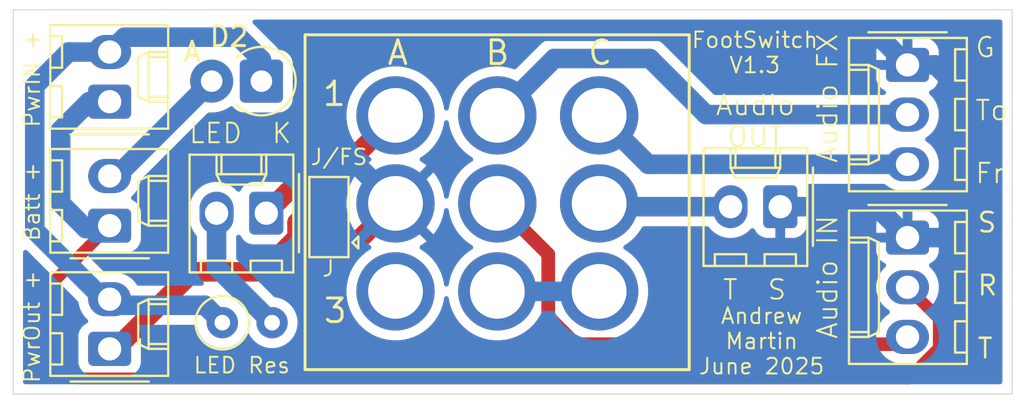
<source format=kicad_pcb>
(kicad_pcb (version 20241229) (generator "pcbnew") (generator_version "9.0")
  (title_block (title "Footswitch Wiring Board") (date "2025-08-04") (rev "V1.3") (company "Andrew C.R. Martin") (comment 1 "V1.1 adds battery and moves all audio to one side") (comment 2 "V1.2 skipped") (comment 3 "V1.3 Corrected labelling of Fx connector") (comment 4 "Board size 51mm x 19mm"))
  (layers (0 "F.Cu" signal) (2 "B.Cu" signal) (13 "F.Paste" user) (15 "B.Paste" user) (5 "F.SilkS" user "F.Silkscreen") (7 "B.SilkS" user "B.Silkscreen") (1 "F.Mask" user) (3 "B.Mask" user) (25 "Edge.Cuts" user))
  (net 0 "")
  (net 1 "GND")
  (net 2 "Net-(J5-Pin_2)")
  (net 3 "Net-(J7-Pin_2)")
  (net 4 "Net-(J5-Pin_1)")
  (net 6 "Net-(J1-Pin_3)")
  (net 7 "Net-(J1-Pin_2)")
  (net 8 "Net-(J2-Pin_2)")
  (net 9 "Net-(J7-Pin_3)")
  (net 10 "Net-(SW1-C-PadB3)")
  (net 11 "Net-(D2-K)")
  (net 12 "Net-(D2-A)")
  (net 13 "Net-(J8-Pin_1)")
  (footprint "Connector_Molex:Molex_KK-254_AE-6410-02A_1x02_P2.54mm_Vertical" (layer "F.Cu") (at 67.5 59.5 180)
    (property "Reference" "J5" (hide yes))
    (property "Value" "LED" (hide yes))
    (fp_line (start 3.92 2.99) (end 3.92 -3.03) (stroke (width 0.12)) (layer "F.SilkS"))
    (fp_line (start 3.92 -3.03) (end -1.38 -3.03) (stroke (width 0.12)) (layer "F.SilkS"))
    (fp_line (start 3.34 -2.43) (end 3.34 -3.03) (stroke (width 0.12)) (layer "F.SilkS"))
    (fp_line (start 2.54 1.99) (end 2.54 2.99) (stroke (width 0.12)) (layer "F.SilkS"))
    (fp_line (start 2.29 2.99) (end 2.29 1.99) (stroke (width 0.12)) (layer "F.SilkS"))
    (fp_line (start 2.29 1.46) (end 2.54 1.99) (stroke (width 0.12)) (layer "F.SilkS"))
    (fp_line (start 1.74 -2.43) (end 3.34 -2.43) (stroke (width 0.12)) (layer "F.SilkS"))
    (fp_line (start 1.74 -3.03) (end 1.74 -2.43) (stroke (width 0.12)) (layer "F.SilkS"))
    (fp_line (start 0.8 -2.43) (end 0.8 -3.03) (stroke (width 0.12)) (layer "F.SilkS"))
    (fp_line (start 0.25 2.99) (end 0.25 1.99) (stroke (width 0.12)) (layer "F.SilkS"))
    (fp_line (start 0.25 1.46) (end 2.29 1.46) (stroke (width 0.12)) (layer "F.SilkS"))
    (fp_line (start 0 2.99) (end 0 1.99) (stroke (width 0.12)) (layer "F.SilkS"))
    (fp_line (start 0 1.99) (end 2.54 1.99) (stroke (width 0.12)) (layer "F.SilkS"))
    (fp_line (start 0 1.99) (end 0.25 1.46) (stroke (width 0.12)) (layer "F.SilkS"))
    (fp_line (start -0.8 -2.43) (end 0.8 -2.43) (stroke (width 0.12)) (layer "F.SilkS"))
    (fp_line (start -0.8 -3.03) (end -0.8 -2.43) (stroke (width 0.12)) (layer "F.SilkS"))
    (fp_line (start -1.38 2.99) (end 3.92 2.99) (stroke (width 0.12)) (layer "F.SilkS"))
    (fp_line (start -1.38 -3.03) (end -1.38 2.99) (stroke (width 0.12)) (layer "F.SilkS"))
    (fp_line (start -1.67 -2) (end -1.67 2) (stroke (width 0.12)) (layer "F.SilkS"))
    (pad "1" thru_hole roundrect (at 0 0 180) (size 1.74 2.19) (drill 1.19) (layers "*.Cu" "*.Mask") (roundrect_rratio 0.143678) (net 4 "Net-(J5-Pin_1)"))
    (pad "2" thru_hole oval (at 2.54 0 180) (size 1.74 2.19) (drill 1.19) (layers "*.Cu" "*.Mask") (net 2 "Net-(J5-Pin_2)"))
  )
  (footprint "Connector_Molex:Molex_KK-254_AE-6410-02A_1x02_P2.54mm_Vertical" (layer "F.Cu") (at 59.5 66.44 90)
    (property "Reference" "J8" (hide yes))
    (property "Value" "Pwr OUT" (hide yes))
    (fp_line (start 3.92 -3.03) (end -1.38 -3.03) (stroke (width 0.12)) (layer "F.SilkS"))
    (fp_line (start 1.74 -3.03) (end 1.74 -2.43) (stroke (width 0.12)) (layer "F.SilkS"))
    (fp_line (start -0.8 -3.03) (end -0.8 -2.43) (stroke (width 0.12)) (layer "F.SilkS"))
    (fp_line (start -1.38 -3.03) (end -1.38 2.99) (stroke (width 0.12)) (layer "F.SilkS"))
    (fp_line (start 3.34 -2.43) (end 3.34 -3.03) (stroke (width 0.12)) (layer "F.SilkS"))
    (fp_line (start 1.74 -2.43) (end 3.34 -2.43) (stroke (width 0.12)) (layer "F.SilkS"))
    (fp_line (start 0.8 -2.43) (end 0.8 -3.03) (stroke (width 0.12)) (layer "F.SilkS"))
    (fp_line (start -0.8 -2.43) (end 0.8 -2.43) (stroke (width 0.12)) (layer "F.SilkS"))
    (fp_line (start -1.67 -2) (end -1.67 2) (stroke (width 0.12)) (layer "F.SilkS"))
    (fp_line (start 2.29 1.46) (end 2.54 1.99) (stroke (width 0.12)) (layer "F.SilkS"))
    (fp_line (start 0.25 1.46) (end 2.29 1.46) (stroke (width 0.12)) (layer "F.SilkS"))
    (fp_line (start 2.54 1.99) (end 2.54 2.99) (stroke (width 0.12)) (layer "F.SilkS"))
    (fp_line (start 0 1.99) (end 0.25 1.46) (stroke (width 0.12)) (layer "F.SilkS"))
    (fp_line (start 0 1.99) (end 2.54 1.99) (stroke (width 0.12)) (layer "F.SilkS"))
    (fp_line (start 3.92 2.99) (end 3.92 -3.03) (stroke (width 0.12)) (layer "F.SilkS"))
    (fp_line (start 2.29 2.99) (end 2.29 1.99) (stroke (width 0.12)) (layer "F.SilkS"))
    (fp_line (start 0.25 2.99) (end 0.25 1.99) (stroke (width 0.12)) (layer "F.SilkS"))
    (fp_line (start 0 2.99) (end 0 1.99) (stroke (width 0.12)) (layer "F.SilkS"))
    (fp_line (start -1.38 2.99) (end 3.92 2.99) (stroke (width 0.12)) (layer "F.SilkS"))
    (pad "1" thru_hole roundrect (at 0 0 90) (size 1.74 2.19) (drill 1.19) (layers "*.Cu" "*.Mask") (roundrect_rratio 0.143678) (net 13 "Net-(J8-Pin_1)"))
    (pad "2" thru_hole oval (at 2.54 0 90) (size 1.74 2.19) (drill 1.19) (layers "*.Cu" "*.Mask") (net 11 "Net-(D2-K)"))
  )
  (footprint "Diode_THT:D_DO-41_SOD81_P2.54mm_Vertical_AnodeUp" (layer "F.Cu") (at 67.25 52.75 180)
    (property "Reference" "D2" (at 1.65 2.275 0) (layer "F.SilkS"))
    (property "Value" "SB120" (hide yes))
    (fp_arc (start 1.255517 1.22) (mid -1.750635 0) (end 1.255517 -1.22) (stroke (width 0.12)) (layer "F.SilkS"))
    (fp_text user "A" (at 3.54 1.5 0) (layer "F.SilkS"))
    (pad "1" thru_hole roundrect (at 0 0 180) (size 2.2 2.2) (drill 1.1) (layers "*.Cu" "*.Mask") (roundrect_rratio 0.113636) (net 11 "Net-(D2-K)"))
    (pad "2" thru_hole circle (at 2.54 0 180) (size 2.2 2.2) (drill 1.1) (layers "*.Cu" "*.Mask") (net 12 "Net-(D2-A)"))
  )
  (footprint "Jumper:SolderJumper-3_P1.3mm_Open_Pad1.0x1.5mm" (layer "F.Cu") (at 70.7 59.7 90)
    (property "Reference" "JP1" (hide yes))
    (property "Value" "SolderJumper_3_Open" (hide yes))
    (fp_line (start 2.05 -1) (end 2.05 1) (stroke (width 0.12)) (layer "F.SilkS"))
    (fp_line (start -2.05 -1) (end 2.05 -1) (stroke (width 0.12)) (layer "F.SilkS"))
    (fp_line (start 2.05 1) (end -2.05 1) (stroke (width 0.12)) (layer "F.SilkS"))
    (fp_line (start -2.05 1) (end -2.05 -1) (stroke (width 0.12)) (layer "F.SilkS"))
    (fp_line (start -1.3 1.2) (end -1 1.5) (stroke (width 0.12)) (layer "F.SilkS"))
    (fp_line (start -1.3 1.2) (end -1.6 1.5) (stroke (width 0.12)) (layer "F.SilkS"))
    (fp_line (start -1.6 1.5) (end -1 1.5) (stroke (width 0.12)) (layer "F.SilkS"))
    (pad "1" smd rect (at -1.3 0 90) (size 1 1.5) (layers "F.Cu" "F.Mask") (net 1 "GND"))
    (pad "2" smd rect (at 0 0 90) (size 1 1.5) (layers "F.Cu" "F.Mask") (net 13 "Net-(J8-Pin_1)"))
    (pad "3" smd rect (at 1.3 0 90) (size 1 1.5) (layers "F.Cu" "F.Mask") (net 4 "Net-(J5-Pin_1)"))
  )
  (footprint "ACRM:3PDT_FS" (layer "F.Cu") (at 77.1 58)
    (property "Reference" "SW1" (hide yes))
    (property "Value" "SW_Foot_3PDT" (hide yes))
    (fp_line (start -7.62 -7.62) (end 12 -7.62) (stroke (width 0.1524)) (layer "F.SilkS"))
    (fp_line (start -7.62 9.5) (end -7.62 -7.62) (stroke (width 0.1524)) (layer "F.SilkS"))
    (fp_line (start 12 -7.62) (end 12 9.5) (stroke (width 0.1524)) (layer "F.SilkS"))
    (fp_line (start 12 9.5) (end -7.62 9.5) (stroke (width 0.1524)) (layer "F.SilkS"))
    (fp_text user "B" (at 1.5 -6 0) (layer "F.SilkS") (effects (font (size 1.2065 1.2065) (thickness 0.1524)) (justify left bottom)))
    (fp_text user "C" (at 6.75 -6 0) (layer "F.SilkS") (effects (font (size 1.2065 1.2065) (thickness 0.1524)) (justify left bottom)))
    (fp_text user "1" (at -6.8 -3.9 0) (layer "F.SilkS") (effects (font (size 1.2065 1.2065) (thickness 0.1524)) (justify left bottom)))
    (fp_text user "A" (at -3.5 -6 0) (layer "F.SilkS") (effects (font (size 1.2065 1.2065) (thickness 0.1524)) (justify left bottom)))
    (fp_text user "3" (at -6.75 7.2 0) (layer "F.SilkS") (effects (font (size 1.2065 1.2065) (thickness 0.1524)) (justify left bottom)))
    (pad "A1" thru_hole circle (at -3 -3.5 180) (size 4 4) (drill 2.8) (layers "*.Cu" "*.Mask") (net 4 "Net-(J5-Pin_1)"))
    (pad "A2" thru_hole circle (at -3 1 180) (size 4 4) (drill 2.8) (layers "*.Cu" "*.Mask") (net 1 "GND"))
    (pad "A3" thru_hole circle (at -3 5.5 180) (size 4 4) (drill 2.8) (layers "*.Cu" "*.Mask"))
    (pad "B1" thru_hole circle (at 2.2 -3.5 180) (size 4 4) (drill 2.8) (layers "*.Cu" "*.Mask") (net 3 "Net-(J7-Pin_2)"))
    (pad "B2" thru_hole circle (at 2.2 1 180) (size 4 4) (drill 2.8) (layers "*.Cu" "*.Mask") (net 6 "Net-(J1-Pin_3)"))
    (pad "B3" thru_hole circle (at 2.2 5.5 180) (size 4 4) (drill 2.8) (layers "*.Cu" "*.Mask") (net 10 "Net-(SW1-C-PadB3)"))
    (pad "C1" thru_hole circle (at 7.4 -3.5 180) (size 4 4) (drill 2.8) (layers "*.Cu" "*.Mask") (net 9 "Net-(J7-Pin_3)"))
    (pad "C2" thru_hole circle (at 7.4 1 180) (size 4 4) (drill 2.8) (layers "*.Cu" "*.Mask") (net 8 "Net-(J2-Pin_2)"))
    (pad "C3" thru_hole circle (at 7.4 5.5 180) (size 4 4) (drill 2.8) (layers "*.Cu" "*.Mask") (net 10 "Net-(SW1-C-PadB3)"))
  )
  (footprint "Connector_Molex:Molex_KK-254_AE-6410-02A_1x02_P2.54mm_Vertical" (layer "F.Cu") (at 59.5 60.14 90)
    (property "Reference" "J9" (hide yes))
    (property "Value" "Batt IN" (hide yes))
    (fp_line (start 3.92 -3.03) (end -1.38 -3.03) (stroke (width 0.12)) (layer "F.SilkS"))
    (fp_line (start 1.74 -3.03) (end 1.74 -2.43) (stroke (width 0.12)) (layer "F.SilkS"))
    (fp_line (start -0.8 -3.03) (end -0.8 -2.43) (stroke (width 0.12)) (layer "F.SilkS"))
    (fp_line (start -1.38 -3.03) (end -1.38 2.99) (stroke (width 0.12)) (layer "F.SilkS"))
    (fp_line (start 3.34 -2.43) (end 3.34 -3.03) (stroke (width 0.12)) (layer "F.SilkS"))
    (fp_line (start 1.74 -2.43) (end 3.34 -2.43) (stroke (width 0.12)) (layer "F.SilkS"))
    (fp_line (start 0.8 -2.43) (end 0.8 -3.03) (stroke (width 0.12)) (layer "F.SilkS"))
    (fp_line (start -0.8 -2.43) (end 0.8 -2.43) (stroke (width 0.12)) (layer "F.SilkS"))
    (fp_line (start -1.67 -2) (end -1.67 2) (stroke (width 0.12)) (layer "F.SilkS"))
    (fp_line (start 2.29 1.46) (end 2.54 1.99) (stroke (width 0.12)) (layer "F.SilkS"))
    (fp_line (start 0.25 1.46) (end 2.29 1.46) (stroke (width 0.12)) (layer "F.SilkS"))
    (fp_line (start 2.54 1.99) (end 2.54 2.99) (stroke (width 0.12)) (layer "F.SilkS"))
    (fp_line (start 0 1.99) (end 0.25 1.46) (stroke (width 0.12)) (layer "F.SilkS"))
    (fp_line (start 0 1.99) (end 2.54 1.99) (stroke (width 0.12)) (layer "F.SilkS"))
    (fp_line (start 3.92 2.99) (end 3.92 -3.03) (stroke (width 0.12)) (layer "F.SilkS"))
    (fp_line (start 2.29 2.99) (end 2.29 1.99) (stroke (width 0.12)) (layer "F.SilkS"))
    (fp_line (start 0.25 2.99) (end 0.25 1.99) (stroke (width 0.12)) (layer "F.SilkS"))
    (fp_line (start 0 2.99) (end 0 1.99) (stroke (width 0.12)) (layer "F.SilkS"))
    (fp_line (start -1.38 2.99) (end 3.92 2.99) (stroke (width 0.12)) (layer "F.SilkS"))
    (pad "1" thru_hole roundrect (at 0 0 90) (size 1.74 2.19) (drill 1.19) (layers "*.Cu" "*.Mask") (roundrect_rratio 0.143678) (net 7 "Net-(J1-Pin_2)"))
    (pad "2" thru_hole oval (at 2.54 0 90) (size 1.74 2.19) (drill 1.19) (layers "*.Cu" "*.Mask") (net 12 "Net-(D2-A)"))
  )
  (footprint "Connector_Molex:Molex_KK-254_AE-6410-03A_1x03_P2.54mm_Vertical" (layer "F.Cu") (at 100.25 51.92 -90)
    (property "Reference" "J7" (hide yes))
    (property "Value" "Audio FX" (hide yes))
    (fp_line (start -1.38 2.99) (end 6.46 2.99) (stroke (width 0.12)) (layer "F.SilkS"))
    (fp_line (start 0 2.99) (end 0 1.99) (stroke (width 0.12)) (layer "F.SilkS"))
    (fp_line (start 0.25 2.99) (end 0.25 1.99) (stroke (width 0.12)) (layer "F.SilkS"))
    (fp_line (start 4.83 2.99) (end 4.83 1.99) (stroke (width 0.12)) (layer "F.SilkS"))
    (fp_line (start 6.46 2.99) (end 6.46 -3.03) (stroke (width 0.12)) (layer "F.SilkS"))
    (fp_line (start 0 1.99) (end 5.08 1.99) (stroke (width 0.12)) (layer "F.SilkS"))
    (fp_line (start 0 1.99) (end 0.25 1.46) (stroke (width 0.12)) (layer "F.SilkS"))
    (fp_line (start 5.08 1.99) (end 5.08 2.99) (stroke (width 0.12)) (layer "F.SilkS"))
    (fp_line (start 0.25 1.46) (end 4.83 1.46) (stroke (width 0.12)) (layer "F.SilkS"))
    (fp_line (start 4.83 1.46) (end 5.08 1.99) (stroke (width 0.12)) (layer "F.SilkS"))
    (fp_line (start -1.67 -2) (end -1.67 2) (stroke (width 0.12)) (layer "F.SilkS"))
    (fp_line (start -0.8 -2.43) (end 0.8 -2.43) (stroke (width 0.12)) (layer "F.SilkS"))
    (fp_line (start 0.8 -2.43) (end 0.8 -3.03) (stroke (width 0.12)) (layer "F.SilkS"))
    (fp_line (start 1.74 -2.43) (end 3.34 -2.43) (stroke (width 0.12)) (layer "F.SilkS"))
    (fp_line (start 3.34 -2.43) (end 3.34 -3.03) (stroke (width 0.12)) (layer "F.SilkS"))
    (fp_line (start 4.28 -2.43) (end 5.88 -2.43) (stroke (width 0.12)) (layer "F.SilkS"))
    (fp_line (start 5.88 -2.43) (end 5.88 -3.03) (stroke (width 0.12)) (layer "F.SilkS"))
    (fp_line (start -1.38 -3.03) (end -1.38 2.99) (stroke (width 0.12)) (layer "F.SilkS"))
    (fp_line (start -0.8 -3.03) (end -0.8 -2.43) (stroke (width 0.12)) (layer "F.SilkS"))
    (fp_line (start 1.74 -3.03) (end 1.74 -2.43) (stroke (width 0.12)) (layer "F.SilkS"))
    (fp_line (start 4.28 -3.03) (end 4.28 -2.43) (stroke (width 0.12)) (layer "F.SilkS"))
    (fp_line (start 6.46 -3.03) (end -1.38 -3.03) (stroke (width 0.12)) (layer "F.SilkS"))
    (pad "1" thru_hole roundrect (at 0 0 270) (size 1.74 2.19) (drill 1.19) (layers "*.Cu" "*.Mask") (roundrect_rratio 0.143678) (net 1 "GND"))
    (pad "2" thru_hole oval (at 2.54 0 270) (size 1.74 2.19) (drill 1.19) (layers "*.Cu" "*.Mask") (net 3 "Net-(J7-Pin_2)"))
    (pad "3" thru_hole oval (at 5.08 0 270) (size 1.74 2.19) (drill 1.19) (layers "*.Cu" "*.Mask") (net 9 "Net-(J7-Pin_3)"))
  )
  (footprint "Connector_Molex:Molex_KK-254_AE-6410-02A_1x02_P2.54mm_Vertical" (layer "F.Cu") (at 93.75 59.17 180)
    (property "Reference" "J2" (hide yes))
    (property "Value" "Audio OUT" (hide yes))
    (fp_line (start 3.92 2.99) (end 3.92 -3.03) (stroke (width 0.12)) (layer "F.SilkS"))
    (fp_line (start 3.92 -3.03) (end -1.38 -3.03) (stroke (width 0.12)) (layer "F.SilkS"))
    (fp_line (start 3.34 -2.43) (end 3.34 -3.03) (stroke (width 0.12)) (layer "F.SilkS"))
    (fp_line (start 2.54 1.99) (end 2.54 2.99) (stroke (width 0.12)) (layer "F.SilkS"))
    (fp_line (start 2.29 2.99) (end 2.29 1.99) (stroke (width 0.12)) (layer "F.SilkS"))
    (fp_line (start 2.29 1.46) (end 2.54 1.99) (stroke (width 0.12)) (layer "F.SilkS"))
    (fp_line (start 1.74 -2.43) (end 3.34 -2.43) (stroke (width 0.12)) (layer "F.SilkS"))
    (fp_line (start 1.74 -3.03) (end 1.74 -2.43) (stroke (width 0.12)) (layer "F.SilkS"))
    (fp_line (start 0.8 -2.43) (end 0.8 -3.03) (stroke (width 0.12)) (layer "F.SilkS"))
    (fp_line (start 0.25 2.99) (end 0.25 1.99) (stroke (width 0.12)) (layer "F.SilkS"))
    (fp_line (start 0.25 1.46) (end 2.29 1.46) (stroke (width 0.12)) (layer "F.SilkS"))
    (fp_line (start 0 2.99) (end 0 1.99) (stroke (width 0.12)) (layer "F.SilkS"))
    (fp_line (start 0 1.99) (end 2.54 1.99) (stroke (width 0.12)) (layer "F.SilkS"))
    (fp_line (start 0 1.99) (end 0.25 1.46) (stroke (width 0.12)) (layer "F.SilkS"))
    (fp_line (start -0.8 -2.43) (end 0.8 -2.43) (stroke (width 0.12)) (layer "F.SilkS"))
    (fp_line (start -0.8 -3.03) (end -0.8 -2.43) (stroke (width 0.12)) (layer "F.SilkS"))
    (fp_line (start -1.38 2.99) (end 3.92 2.99) (stroke (width 0.12)) (layer "F.SilkS"))
    (fp_line (start -1.38 -3.03) (end -1.38 2.99) (stroke (width 0.12)) (layer "F.SilkS"))
    (fp_line (start -1.67 -2) (end -1.67 2) (stroke (width 0.12)) (layer "F.SilkS"))
    (pad "1" thru_hole roundrect (at 0 0 180) (size 1.74 2.19) (drill 1.19) (layers "*.Cu" "*.Mask") (roundrect_rratio 0.143678) (net 1 "GND"))
    (pad "2" thru_hole oval (at 2.54 0 180) (size 1.74 2.19) (drill 1.19) (layers "*.Cu" "*.Mask") (net 8 "Net-(J2-Pin_2)"))
  )
  (footprint "Connector_Molex:Molex_KK-254_AE-6410-02A_1x02_P2.54mm_Vertical" (layer "F.Cu") (at 59.5 53.8 90)
    (property "Reference" "J4" (hide yes))
    (property "Value" "Pwr IN" (hide yes))
    (fp_line (start 3.92 -3.03) (end -1.38 -3.03) (stroke (width 0.12)) (layer "F.SilkS"))
    (fp_line (start 1.74 -3.03) (end 1.74 -2.43) (stroke (width 0.12)) (layer "F.SilkS"))
    (fp_line (start -0.8 -3.03) (end -0.8 -2.43) (stroke (width 0.12)) (layer "F.SilkS"))
    (fp_line (start -1.38 -3.03) (end -1.38 2.99) (stroke (width 0.12)) (layer "F.SilkS"))
    (fp_line (start 3.34 -2.43) (end 3.34 -3.03) (stroke (width 0.12)) (layer "F.SilkS"))
    (fp_line (start 1.74 -2.43) (end 3.34 -2.43) (stroke (width 0.12)) (layer "F.SilkS"))
    (fp_line (start 0.8 -2.43) (end 0.8 -3.03) (stroke (width 0.12)) (layer "F.SilkS"))
    (fp_line (start -0.8 -2.43) (end 0.8 -2.43) (stroke (width 0.12)) (layer "F.SilkS"))
    (fp_line (start -1.67 -2) (end -1.67 2) (stroke (width 0.12)) (layer "F.SilkS"))
    (fp_line (start 2.29 1.46) (end 2.54 1.99) (stroke (width 0.12)) (layer "F.SilkS"))
    (fp_line (start 0.25 1.46) (end 2.29 1.46) (stroke (width 0.12)) (layer "F.SilkS"))
    (fp_line (start 2.54 1.99) (end 2.54 2.99) (stroke (width 0.12)) (layer "F.SilkS"))
    (fp_line (start 0 1.99) (end 0.25 1.46) (stroke (width 0.12)) (layer "F.SilkS"))
    (fp_line (start 0 1.99) (end 2.54 1.99) (stroke (width 0.12)) (layer "F.SilkS"))
    (fp_line (start 3.92 2.99) (end 3.92 -3.03) (stroke (width 0.12)) (layer "F.SilkS"))
    (fp_line (start 2.29 2.99) (end 2.29 1.99) (stroke (width 0.12)) (layer "F.SilkS"))
    (fp_line (start 0.25 2.99) (end 0.25 1.99) (stroke (width 0.12)) (layer "F.SilkS"))
    (fp_line (start 0 2.99) (end 0 1.99) (stroke (width 0.12)) (layer "F.SilkS"))
    (fp_line (start -1.38 2.99) (end 3.92 2.99) (stroke (width 0.12)) (layer "F.SilkS"))
    (pad "1" thru_hole roundrect (at 0 0 90) (size 1.74 2.19) (drill 1.19) (layers "*.Cu" "*.Mask") (roundrect_rratio 0.143678) (net 7 "Net-(J1-Pin_2)"))
    (pad "2" thru_hole oval (at 2.54 0 90) (size 1.74 2.19) (drill 1.19) (layers "*.Cu" "*.Mask") (net 11 "Net-(D2-K)"))
  )
  (footprint "Resistor_THT:R_Axial_DIN0207_L6.3mm_D2.5mm_P2.54mm_Vertical" (layer "F.Cu") (at 65.255 65.1)
    (property "Reference" "R1" (hide yes))
    (property "Value" "4K4" (hide yes))
    (fp_line (start 1.37 0) (end 1.44 0) (stroke (width 0.12)) (layer "F.SilkS"))
    (fp_circle (center 0 0) (end 1.37 0) (stroke (width 0.12)) (fill no) (layer "F.SilkS"))
    (pad "1" thru_hole circle (at 0 0) (size 1.6 1.6) (drill 0.8) (layers "*.Cu" "*.Mask") (net 11 "Net-(D2-K)"))
    (pad "2" thru_hole circle (at 2.54 0) (size 1.6 1.6) (drill 0.8) (layers "*.Cu" "*.Mask") (net 2 "Net-(J5-Pin_2)"))
  )
  (footprint "Connector_Molex:Molex_KK-254_AE-6410-03A_1x03_P2.54mm_Vertical" (layer "F.Cu") (at 100.25 60.75 -90)
    (property "Reference" "J1" (hide yes))
    (property "Value" "IN" (hide yes))
    (fp_line (start -1.38 2.99) (end 6.46 2.99) (stroke (width 0.12)) (layer "F.SilkS"))
    (fp_line (start 0 2.99) (end 0 1.99) (stroke (width 0.12)) (layer "F.SilkS"))
    (fp_line (start 0.25 2.99) (end 0.25 1.99) (stroke (width 0.12)) (layer "F.SilkS"))
    (fp_line (start 4.83 2.99) (end 4.83 1.99) (stroke (width 0.12)) (layer "F.SilkS"))
    (fp_line (start 6.46 2.99) (end 6.46 -3.03) (stroke (width 0.12)) (layer "F.SilkS"))
    (fp_line (start 0 1.99) (end 5.08 1.99) (stroke (width 0.12)) (layer "F.SilkS"))
    (fp_line (start 0 1.99) (end 0.25 1.46) (stroke (width 0.12)) (layer "F.SilkS"))
    (fp_line (start 5.08 1.99) (end 5.08 2.99) (stroke (width 0.12)) (layer "F.SilkS"))
    (fp_line (start 0.25 1.46) (end 4.83 1.46) (stroke (width 0.12)) (layer "F.SilkS"))
    (fp_line (start 4.83 1.46) (end 5.08 1.99) (stroke (width 0.12)) (layer "F.SilkS"))
    (fp_line (start -1.67 -2) (end -1.67 2) (stroke (width 0.12)) (layer "F.SilkS"))
    (fp_line (start -0.8 -2.43) (end 0.8 -2.43) (stroke (width 0.12)) (layer "F.SilkS"))
    (fp_line (start 0.8 -2.43) (end 0.8 -3.03) (stroke (width 0.12)) (layer "F.SilkS"))
    (fp_line (start 1.74 -2.43) (end 3.34 -2.43) (stroke (width 0.12)) (layer "F.SilkS"))
    (fp_line (start 3.34 -2.43) (end 3.34 -3.03) (stroke (width 0.12)) (layer "F.SilkS"))
    (fp_line (start 4.28 -2.43) (end 5.88 -2.43) (stroke (width 0.12)) (layer "F.SilkS"))
    (fp_line (start 5.88 -2.43) (end 5.88 -3.03) (stroke (width 0.12)) (layer "F.SilkS"))
    (fp_line (start -1.38 -3.03) (end -1.38 2.99) (stroke (width 0.12)) (layer "F.SilkS"))
    (fp_line (start -0.8 -3.03) (end -0.8 -2.43) (stroke (width 0.12)) (layer "F.SilkS"))
    (fp_line (start 1.74 -3.03) (end 1.74 -2.43) (stroke (width 0.12)) (layer "F.SilkS"))
    (fp_line (start 4.28 -3.03) (end 4.28 -2.43) (stroke (width 0.12)) (layer "F.SilkS"))
    (fp_line (start 6.46 -3.03) (end -1.38 -3.03) (stroke (width 0.12)) (layer "F.SilkS"))
    (pad "1" thru_hole roundrect (at 0 0 270) (size 1.74 2.19) (drill 1.19) (layers "*.Cu" "*.Mask") (roundrect_rratio 0.143678) (net 1 "GND"))
    (pad "2" thru_hole oval (at 2.54 0 270) (size 1.74 2.19) (drill 1.19) (layers "*.Cu" "*.Mask") (net 7 "Net-(J1-Pin_2)"))
    (pad "3" thru_hole oval (at 5.08 0 270) (size 1.74 2.19) (drill 1.19) (layers "*.Cu" "*.Mask") (net 6 "Net-(J1-Pin_3)"))
  )
  (gr_rect (start 54.575 49.1) (end 105.6 68.75) (stroke (width 0.05)) (fill no) (layer "Edge.Cuts"))
  (gr_text "PwrIN +" (at 56 55.18 90) (layer "F.SilkS") (effects (font (size 0.8 0.8) (thickness 0.1)) (justify left bottom)))
  (gr_text "J" (at 70.3 62.8 0) (layer "F.SilkS") (effects (font (size 0.8 0.8) (thickness 0.1)) (justify left bottom)))
  (gr_text "LED Res" (at 66.25 67.75 0) (layer "F.SilkS") (effects (font (size 0.8 0.8) (thickness 0.1)) (justify bottom)))
  (gr_text "G\n\nTo\n\nFr" (at 103.65 58.05 0) (layer "F.SilkS") (effects (font (size 1 1) (thickness 0.1)) (justify left bottom)))
  (gr_text "Audio\nOUT" (at 92.48 56.18 0) (layer "F.SilkS") (effects (font (size 1 1) (thickness 0.1)) (justify bottom)))
  (gr_text "J/FS" (at 69.7 57.1 0) (layer "F.SilkS") (effects (font (size 0.8 0.8) (thickness 0.1)) (justify left bottom)))
  (gr_text "LED  K" (at 63.487818 56 0) (layer "F.SilkS") (effects (font (size 1 1) (thickness 0.1)) (justify left bottom)))
  (gr_text "Audio IN" (at 96.75 66 90) (layer "F.SilkS") (effects (font (size 1 1) (thickness 0.1)) (justify left bottom)))
  (gr_text "Audio FX" (at 96.75 57 90) (layer "F.SilkS") (effects (font (size 1 1) (thickness 0.1)) (justify left bottom)))
  (gr_text "Andrew\nMartin\nJune 2025" (at 92.8 67.8 0) (layer "F.SilkS") (effects (font (size 0.8 0.8) (thickness 0.1)) (justify bottom)))
  (gr_text "S\n\nR\n\nT" (at 103.75 67 0) (layer "F.SilkS") (effects (font (size 1 1) (thickness 0.125)) (justify left bottom)))
  (gr_text "PwrOut +" (at 56 68.25 90) (layer "F.SilkS") (effects (font (size 0.8 0.8) (thickness 0.1)) (justify left bottom)))
  (gr_text "Batt +" (at 56 61 90) (layer "F.SilkS") (effects (font (size 0.8 0.8) (thickness 0.1)) (justify left bottom)))
  (gr_text "FootSwitch\nV1.3\n" (at 92.45 52.4 0) (layer "F.SilkS") (effects (font (size 0.8 0.8) (thickness 0.1)) (justify bottom)))
  (gr_text "T  S" (at 90.75 64 0) (layer "F.SilkS") (effects (font (size 1 1) (thickness 0.1)) (justify left bottom)))
  (segment (start 72.1 61) (end 74.1 59) (width 1) (layer "F.Cu") (net 1))
  (segment (start 70.7 61) (end 72.1 61) (width 1) (layer "F.Cu") (net 1))
  (segment (start 72.3 50.2) (end 98.53 50.2) (width 1) (layer "B.Cu") (net 1))
  (segment (start 74.1 59) (end 70.7 55.6) (width 1) (layer "B.Cu") (net 1))
  (segment (start 93.75 59.17) (end 98.67 59.17) (width 1) (layer "B.Cu") (net 1))
  (segment (start 98.53 50.2) (end 100.25 51.92) (width 1) (layer "B.Cu") (net 1))
  (segment (start 102.25 60.75) (end 104.499 58.501) (width 1) (layer "B.Cu") (net 1))
  (segment (start 104.499 54.749) (end 101.67 51.92) (width 1) (layer "B.Cu") (net 1))
  (segment (start 100.25 60.75) (end 102.25 60.75) (width 1) (layer "B.Cu") (net 1))
  (segment (start 101.67 51.92) (end 100.25 51.92) (width 1) (layer "B.Cu") (net 1))
  (segment (start 104.499 58.501) (end 104.499 54.749) (width 1) (layer "B.Cu") (net 1))
  (segment (start 98.67 59.17) (end 100.25 60.75) (width 1) (layer "B.Cu") (net 1))
  (segment (start 70.7 55.6) (end 70.7 51.8) (width 1) (layer "B.Cu") (net 1))
  (segment (start 70.7 51.8) (end 72.3 50.2) (width 1) (layer "B.Cu") (net 1))
  (segment (start 64.96 59.5) (end 64.96 62.265) (width 1) (layer "B.Cu") (net 2))
  (segment (start 64.96 62.265) (end 67.795 65.1) (width 1) (layer "B.Cu") (net 2))
  (segment (start 87.091791 51.591791) (end 82.208209 51.591791) (width 1) (layer "B.Cu") (net 3))
  (segment (start 89.96 54.46) (end 87.091791 51.591791) (width 1) (layer "B.Cu") (net 3))
  (segment (start 100.25 54.46) (end 89.96 54.46) (width 1) (layer "B.Cu") (net 3))
  (segment (start 82.208209 51.591791) (end 79.3 54.5) (width 1) (layer "B.Cu") (net 3))
  (segment (start 70.7 57.9) (end 74.1 54.5) (width 1) (layer "F.Cu") (net 4))
  (segment (start 68.6 58.4) (end 67.5 59.5) (width 1) (layer "F.Cu") (net 4))
  (segment (start 70.7 58.4) (end 70.7 57.9) (width 1) (layer "F.Cu") (net 4))
  (segment (start 70.7 58.4) (end 68.6 58.4) (width 1) (layer "F.Cu") (net 4))
  (segment (start 81.9 61.6) (end 81.9 64.8) (width 0.7) (layer "F.Cu") (net 6))
  (segment (start 79.3 59) (end 81.9 61.6) (width 0.7) (layer "F.Cu") (net 6))
  (segment (start 99.88 66.2) (end 100.25 65.83) (width 0.7) (layer "F.Cu") (net 6))
  (segment (start 81.9 64.8) (end 83.3 66.2) (width 0.7) (layer "F.Cu") (net 6))
  (segment (start 83.3 66.2) (end 99.88 66.2) (width 0.7) (layer "F.Cu") (net 6))
  (segment (start 56.5 63.14) (end 56.5 66.475) (width 0.6) (layer "F.Cu") (net 7))
  (segment (start 100.294887 67.949) (end 101.846 66.397887) (width 0.6) (layer "F.Cu") (net 7))
  (segment (start 56.5 66.475) (end 57.974 67.949) (width 0.6) (layer "F.Cu") (net 7))
  (segment (start 59.5 60.14) (end 56.5 63.14) (width 0.6) (layer "F.Cu") (net 7))
  (segment (start 101.846 66.397887) (end 101.846 64.886) (width 0.6) (layer "F.Cu") (net 7))
  (segment (start 57.974 67.949) (end 100.294887 67.949) (width 0.6) (layer "F.Cu") (net 7))
  (segment (start 101.846 64.886) (end 100.25 63.29) (width 0.6) (layer "F.Cu") (net 7))
  (segment (start 57 59) (end 57 55.25) (width 1) (layer "B.Cu") (net 7))
  (segment (start 58.45 53.8) (end 59.5 53.8) (width 1) (layer "B.Cu") (net 7))
  (segment (start 58.29 60.29) (end 57 59) (width 1) (layer "B.Cu") (net 7))
  (segment (start 57 55.25) (end 58.45 53.8) (width 1) (layer "B.Cu") (net 7))
  (segment (start 59.5 60.29) (end 58.29 60.29) (width 1) (layer "B.Cu") (net 7))
  (segment (start 91.21 59.17) (end 84.67 59.17) (width 1) (layer "B.Cu") (net 8))
  (segment (start 84.67 59.17) (end 84.5 59) (width 1) (layer "B.Cu") (net 8))
  (segment (start 87 57) (end 84.5 54.5) (width 1) (layer "B.Cu") (net 9))
  (segment (start 100.25 57) (end 87 57) (width 1) (layer "B.Cu") (net 9))
  (segment (start 84.5 63.5) (end 79.3 63.5) (width 1) (layer "B.Cu") (net 10))
  (segment (start 59.5 51.26) (end 57.405 51.26) (width 1) (layer "B.Cu") (net 11))
  (segment (start 60.259 50.501) (end 66.100999 50.501) (width 1) (layer "B.Cu") (net 11))
  (segment (start 64.365 64.21) (end 65.255 65.1) (width 1) (layer "B.Cu") (net 11))
  (segment (start 67.25 51.650001) (end 67.25 52.75) (width 1) (layer "B.Cu") (net 11))
  (segment (start 59.5 64.21) (end 64.365 64.21) (width 1) (layer "B.Cu") (net 11))
  (segment (start 66.100999 50.501) (end 67.25 51.650001) (width 1) (layer "B.Cu") (net 11))
  (segment (start 57.405 51.26) (end 55.675 52.99) (width 1) (layer "B.Cu") (net 11))
  (segment (start 55.675 60.385) (end 59.5 64.21) (width 1) (layer "B.Cu") (net 11))
  (segment (start 55.675 52.99) (end 55.675 60.385) (width 1) (layer "B.Cu") (net 11))
  (segment (start 59.5 51.26) (end 60.259 50.501) (width 1) (layer "B.Cu") (net 11))
  (segment (start 59.5 57.75) (end 59.71 57.75) (width 1) (layer "B.Cu") (net 12))
  (segment (start 59.71 57.75) (end 64.71 52.75) (width 1) (layer "B.Cu") (net 12))
  (segment (start 69.348 59.7) (end 69.071 59.977) (width 1) (layer "F.Cu") (net 13))
  (segment (start 67.316844 62.5) (end 63.75 62.5) (width 1) (layer "F.Cu") (net 13))
  (segment (start 70.7 59.7) (end 69.348 59.7) (width 1) (layer "F.Cu") (net 13))
  (segment (start 63.75 62.5) (end 59.5 66.75) (width 1) (layer "F.Cu") (net 13))
  (segment (start 69.071 60.745844) (end 67.316844 62.5) (width 1) (layer "F.Cu") (net 13))
  (segment (start 69.071 59.977) (end 69.071 60.745844) (width 1) (layer "F.Cu") (net 13))
  (zone (net 1) (net_name "GND") (layer "B.Cu") (connect_pads (clearance 0.5)) (min_thickness 0.25) (fill yes (thermal_gap 0.5) (thermal_bridge_width 0.5))
    (polygon (pts (xy 53.9 48.6) (xy 106.2 48.6) (xy 106.2 69.275) (xy 53.9 69.275)))
  )
)
</source>
